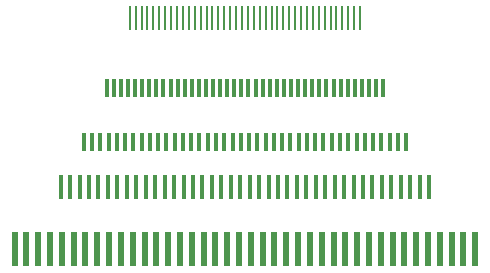
<source format=gbr>
G04 EAGLE Gerber RS-274X export*
G75*
%MOMM*%
%FSLAX34Y34*%
%LPD*%
%INSolderpaste Top*%
%IPPOS*%
%AMOC8*
5,1,8,0,0,1.08239X$1,22.5*%
G01*
%ADD10R,0.300000X1.600000*%
%ADD11R,0.350000X1.600000*%
%ADD12R,0.400000X2.000000*%
%ADD13R,0.500000X3.000000*%
%ADD14R,0.250000X2.000000*%


D10*
X-117000Y198120D03*
X-111000Y198120D03*
X-105000Y198120D03*
X-99000Y198120D03*
X-93000Y198120D03*
X-87000Y198120D03*
X-81000Y198120D03*
X-75000Y198120D03*
X-69000Y198120D03*
X-63000Y198120D03*
X-57000Y198120D03*
X-51000Y198120D03*
X-45000Y198120D03*
X-39000Y198120D03*
X-33000Y198120D03*
X-27000Y198120D03*
X-21000Y198120D03*
X-15000Y198120D03*
X-9000Y198120D03*
X-3000Y198120D03*
X3000Y198120D03*
X9000Y198120D03*
X15000Y198120D03*
X21000Y198120D03*
X27000Y198120D03*
X33000Y198120D03*
X39000Y198120D03*
X45000Y198120D03*
X51000Y198120D03*
X57000Y198120D03*
X63000Y198120D03*
X69000Y198120D03*
X75000Y198120D03*
X81000Y198120D03*
X87000Y198120D03*
X93000Y198120D03*
X99000Y198120D03*
X105000Y198120D03*
X111000Y198120D03*
X117000Y198120D03*
D11*
X-136500Y152400D03*
X-129500Y152400D03*
X-122500Y152400D03*
X-115500Y152400D03*
X-108500Y152400D03*
X-101500Y152400D03*
X-94500Y152400D03*
X-87500Y152400D03*
X-80500Y152400D03*
X-73500Y152400D03*
X-66500Y152400D03*
X-59500Y152400D03*
X-52500Y152400D03*
X-45500Y152400D03*
X-38500Y152400D03*
X-31500Y152400D03*
X-24500Y152400D03*
X-17500Y152400D03*
X-10500Y152400D03*
X-3500Y152400D03*
X3500Y152400D03*
X10500Y152400D03*
X17500Y152400D03*
X24500Y152400D03*
X31500Y152400D03*
X38500Y152400D03*
X45500Y152400D03*
X52500Y152400D03*
X59500Y152400D03*
X66500Y152400D03*
X73500Y152400D03*
X80500Y152400D03*
X87500Y152400D03*
X94500Y152400D03*
X101500Y152400D03*
X108500Y152400D03*
X115500Y152400D03*
X122500Y152400D03*
X129500Y152400D03*
X136500Y152400D03*
D12*
X-156000Y114300D03*
X-148000Y114300D03*
X-140000Y114300D03*
X-132000Y114300D03*
X-124000Y114300D03*
X-116000Y114300D03*
X-108000Y114300D03*
X-100000Y114300D03*
X-92000Y114300D03*
X-84000Y114300D03*
X-76000Y114300D03*
X-68000Y114300D03*
X-60000Y114300D03*
X-52000Y114300D03*
X-44000Y114300D03*
X-36000Y114300D03*
X-28000Y114300D03*
X-20000Y114300D03*
X-12000Y114300D03*
X-4000Y114300D03*
X4000Y114300D03*
X12000Y114300D03*
X20000Y114300D03*
X28000Y114300D03*
X36000Y114300D03*
X44000Y114300D03*
X52000Y114300D03*
X60000Y114300D03*
X68000Y114300D03*
X76000Y114300D03*
X84000Y114300D03*
X92000Y114300D03*
X100000Y114300D03*
X108000Y114300D03*
X116000Y114300D03*
X124000Y114300D03*
X132000Y114300D03*
X140000Y114300D03*
X148000Y114300D03*
X156000Y114300D03*
D13*
X-15000Y61800D03*
X-25000Y61800D03*
X-35000Y61800D03*
X-45000Y61800D03*
X-55000Y61800D03*
X-65000Y61800D03*
X-75000Y61800D03*
X-85000Y61800D03*
X-95000Y61800D03*
X-105000Y61800D03*
X-115000Y61800D03*
X-125000Y61800D03*
X-135000Y61800D03*
X-145000Y61800D03*
X-155000Y61800D03*
X-165000Y61800D03*
X-175000Y61800D03*
X-185000Y61800D03*
X-195000Y61800D03*
X-5000Y61800D03*
X5000Y61800D03*
X15000Y61800D03*
X25000Y61800D03*
X35000Y61800D03*
X45000Y61800D03*
X55000Y61800D03*
X65000Y61800D03*
X75000Y61800D03*
X85000Y61800D03*
X95000Y61800D03*
X105000Y61800D03*
X115000Y61800D03*
X125000Y61800D03*
X135000Y61800D03*
X145000Y61800D03*
X155000Y61800D03*
X165000Y61800D03*
X175000Y61800D03*
X185000Y61800D03*
X195000Y61800D03*
D14*
X-97500Y257175D03*
X-92500Y257175D03*
X-87500Y257175D03*
X-82500Y257175D03*
X-77500Y257175D03*
X-72500Y257175D03*
X-67500Y257175D03*
X-62500Y257175D03*
X-57500Y257175D03*
X-52500Y257175D03*
X-47500Y257175D03*
X-42500Y257175D03*
X-37500Y257175D03*
X-32500Y257175D03*
X-27500Y257175D03*
X-22500Y257175D03*
X-17500Y257175D03*
X-12500Y257175D03*
X-7500Y257175D03*
X-2500Y257175D03*
X2500Y257175D03*
X7500Y257175D03*
X12500Y257175D03*
X17500Y257175D03*
X22500Y257175D03*
X27500Y257175D03*
X32500Y257175D03*
X37500Y257175D03*
X42500Y257175D03*
X47500Y257175D03*
X52500Y257175D03*
X57500Y257175D03*
X62500Y257175D03*
X67500Y257175D03*
X72500Y257175D03*
X77500Y257175D03*
X82500Y257175D03*
X87500Y257175D03*
X92500Y257175D03*
X97500Y257175D03*
M02*

</source>
